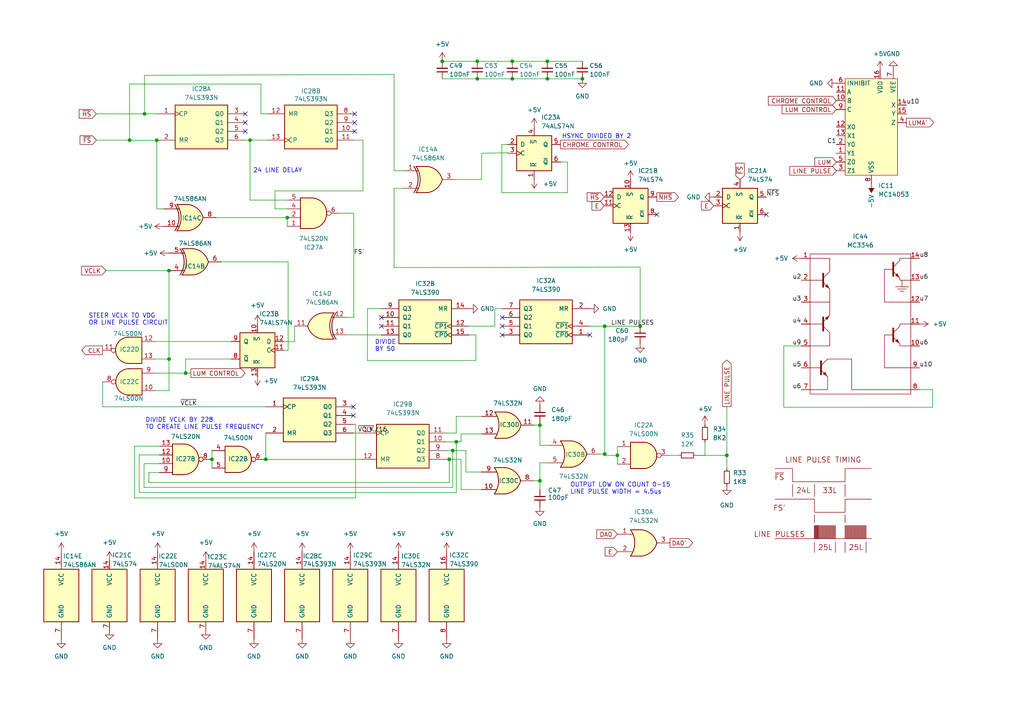
<source format=kicad_sch>
(kicad_sch (version 20231120) (generator "eeschema") (generator_version "8.0")
  (paper "A4")
  (junction (at 156.591 123.317))
  (junction (at 383.54 78.74))
  (junction (at 179.07 132.08))
  (junction (at 156.591 139.446))
  (junction (at 411.48 87.63))
  (junction (at 37.592 40.64))
  (junction (at 132.334 128.143))
  (junction (at 53.848 108.2219))
  (junction (at 384.81 87.63))
  (junction (at 392.43 87.63))
  (junction (at 128.27 17.78))
  (junction (at 77.089 133.223))
  (junction (at 148.59 17.78))
  (junction (at 41.91 33.02))
  (junction (at 148.59 22.86))
  (junction (at 49.0008 78.486))
  (junction (at 175.387 94.615))
  (junction (at 49.022 104.14))
  (junction (at 45.466 40.6792))
  (junction (at 411.48 193.04))
  (junction (at 138.43 17.78))
  (junction (at 158.75 22.86))
  (junction (at 72.517 40.64))
  (junction (at 158.75 17.78))
  (junction (at 131.318 130.683))
  (junction (at 185.674 94.615))
  (junction (at 130.302 133.223))
  (junction (at 61.468 133.223))
  (junction (at 83.312 63.119))
  (junction (at 392.43 78.74))
  (junction (at 168.91 22.86))
  (junction (at 210.82 132.0724))
  (junction (at 411.48 102.87))
  (junction (at 175.387 131.699))
  (junction (at 384.81 95.25))
  (junction (at 138.43 22.86))
  (no_connect (at 171.069 97.155))
  (no_connect (at 102.87 33.02))
  (no_connect (at 190.5 62.23))
  (no_connect (at 336.55 34.29))
  (no_connect (at 102.489 117.983))
  (no_connect (at 419.1 78.74))
  (no_connect (at 71.12 35.56))
  (no_connect (at 110.617 94.615))
  (no_connect (at 110.617 92.075))
  (no_connect (at 145.669 97.155))
  (no_connect (at 102.87 38.1))
  (no_connect (at 71.12 38.1))
  (no_connect (at 145.669 92.075))
  (no_connect (at 102.87 35.56))
  (no_connect (at 222.25 62.23))
  (no_connect (at 145.669 94.615))
  (no_connect (at 102.489 120.523))
  (no_connect (at 426.72 64.77))
  (no_connect (at 71.12 33.02))
  (wire (pts (xy 103.124 144.399) (xy 38.989 144.399)))
  (wire (pts (xy 102.87 40.64) (xy 105.283 40.64)))
  (wire (pts (xy 156.591 123.317) (xy 156.591 129.159)))
  (wire (pts (xy 383.54 71.12) (xy 383.54 78.74)))
  (wire (pts (xy 132.334 125.603) (xy 132.334 120.777)))
  (wire (pts (xy 383.54 81.28) (xy 375.92 81.28)))
  (wire (pts (xy 383.54 78.74) (xy 386.08 78.74)))
  (wire (pts (xy 29.7753 110.7619) (xy 29.7753 117.983)))
  (wire (pts (xy 114.3 54.61) (xy 114.3 77.597)))
  (wire (pts (xy 53.848 104.14) (xy 67.056 104.14)))
  (wire (pts (xy 384.81 87.63) (xy 386.08 87.63)))
  (wire (pts (xy 383.54 78.74) (xy 383.54 81.28)))
  (wire (pts (xy 100.6717 92.021) (xy 102.616 92.075)))
  (wire (pts (xy 49.022 113.3019) (xy 49.022 104.14)))
  (wire (pts (xy 375.92 118.11) (xy 375.92 81.28)))
  (wire (pts (xy 412.75 102.87) (xy 411.48 102.87)))
  (wire (pts (xy 210.82 132.08) (xy 210.82 135.89)))
  (wire (pts (xy 158.75 22.86) (xy 168.91 22.86)))
  (wire (pts (xy 37.592 40.6792) (xy 45.466 40.6792)))
  (wire (pts (xy 104.14 125.603) (xy 102.489 125.603)))
  (wire (pts (xy 135.128 136.906) (xy 139.573 136.906)))
  (wire (pts (xy 45.0153 113.3019) (xy 49.022 113.3019)))
  (wire (pts (xy 49.0008 78.486) (xy 49.022 78.486)))
  (wire (pts (xy 156.591 129.159) (xy 158.75 129.159)))
  (wire (pts (xy 201.93 132.08) (xy 204.47 132.08)))
  (wire (pts (xy 40.386 142.875) (xy 40.386 131.953)))
  (wire (pts (xy 384.81 97.79) (xy 384.81 95.25)))
  (wire (pts (xy 396.24 102.87) (xy 392.43 102.87)))
  (wire (pts (xy 37.592 24.384) (xy 37.592 40.64)))
  (wire (pts (xy 179.07 132.08) (xy 175.387 132.08)))
  (wire (pts (xy 136.017 97.155) (xy 138.0236 97.155)))
  (wire (pts (xy 135.128 130.683) (xy 135.128 136.906)))
  (wire (pts (xy 145.5442 55.88) (xy 164.5942 55.88)))
  (wire (pts (xy 114.3 49.53) (xy 116.84 49.53)))
  (wire (pts (xy 77.47 40.64) (xy 72.517 40.64)))
  (wire (pts (xy 76.708 133.223) (xy 77.089 133.223)))
  (wire (pts (xy 41.91 21.844) (xy 114.3 21.59)))
  (wire (pts (xy 143.51 94.615) (xy 143.51 89.535)))
  (wire (pts (xy 44.958 99.06) (xy 67.056 99.06)))
  (wire (pts (xy 414.02 185.42) (xy 411.48 185.42)))
  (wire (pts (xy 34.1496 40.64) (xy 27.94 40.6377)))
  (wire (pts (xy 49.022 78.486) (xy 49.022 104.14)))
  (wire (pts (xy 372.11 118.11) (xy 375.92 118.11)))
  (wire (pts (xy 132.334 142.875) (xy 40.386 142.875)))
  (wire (pts (xy 132.334 128.143) (xy 133.731 128.143)))
  (wire (pts (xy 411.48 87.63) (xy 411.48 74.93)))
  (wire (pts (xy 179.07 134.62) (xy 179.07 132.08)))
  (wire (pts (xy 105.283 55.372) (xy 79.756 55.372)))
  (wire (pts (xy 75.692 24.384) (xy 37.592 24.384)))
  (wire (pts (xy 105.283 40.64) (xy 105.283 55.372)))
  (wire (pts (xy 129.54 130.683) (xy 131.318 130.683)))
  (wire (pts (xy 270.51 113.03) (xy 266.7 113.03)))
  (wire (pts (xy 372.11 113.03) (xy 372.11 110.49)))
  (wire (pts (xy 43.18 137.033) (xy 46.228 137.033)))
  (wire (pts (xy 72.517 58.039) (xy 72.517 40.64)))
  (wire (pts (xy 154.94 123.317) (xy 156.591 123.317)))
  (wire (pts (xy 133.731 133.223) (xy 133.731 141.986)))
  (wire (pts (xy 391.16 78.74) (xy 392.43 78.74)))
  (wire (pts (xy 41.783 141.351) (xy 41.783 134.493)))
  (wire (pts (xy 375.92 78.74) (xy 375.92 74.93)))
  (wire (pts (xy 79.756 60.579) (xy 83.312 60.579)))
  (wire (pts (xy 373.38 87.63) (xy 373.38 81.28)))
  (wire (pts (xy 317.5 30.48) (xy 320.04 30.48)))
  (wire (pts (xy 43.18 139.954) (xy 43.18 137.033)))
  (wire (pts (xy 130.302 133.223) (xy 129.54 133.223)))
  (wire (pts (xy 45.466 40.6792) (xy 45.72 40.64)))
  (wire (pts (xy 38.989 129.413) (xy 46.228 129.413)))
  (wire (pts (xy 145.5442 41.91) (xy 147.32 41.91)))
  (wire (pts (xy 422.91 115.57) (xy 416.56 115.57)))
  (wire (pts (xy 210.82 119.2606) (xy 210.82 132.0724)))
  (wire (pts (xy 365.76 160.02) (xy 363.22 160.02)))
  (wire (pts (xy 346.71 30.48) (xy 344.17 30.48)))
  (wire (pts (xy 82.296 99.06) (xy 85.4317 99.06)))
  (wire (pts (xy 227.33 100.33) (xy 227.33 118.11)))
  (wire (pts (xy 403.86 87.63) (xy 406.4 87.63)))
  (wire (pts (xy 83.566 75.946) (xy 64.2408 75.946)))
  (wire (pts (xy 132.08 52.07) (xy 139.7 52.07)))
  (wire (pts (xy 83.312 65.659) (xy 83.312 63.119)))
  (wire (pts (xy 175.387 132.08) (xy 175.387 131.699)))
  (wire (pts (xy 114.3 77.597) (xy 185.674 77.47)))
  (wire (pts (xy 102.616 92.075) (xy 102.616 61.849)))
  (wire (pts (xy 185.674 94.615) (xy 175.387 94.615)))
  (wire (pts (xy 384.81 95.25) (xy 384.81 93.98)))
  (wire (pts (xy 154.813 139.446) (xy 156.591 139.446)))
  (wire (pts (xy 382.27 71.12) (xy 383.54 71.12)))
  (wire (pts (xy 156.591 141.986) (xy 156.591 139.446)))
  (wire (pts (xy 139.7 44.45) (xy 147.32 44.323)))
  (wire (pts (xy 41.783 134.493) (xy 46.228 134.493)))
  (wire (pts (xy 179.07 129.54) (xy 179.07 132.08)))
  (wire (pts (xy 311.15 30.48) (xy 312.42 30.48)))
  (wire (pts (xy 185.674 77.47) (xy 185.674 94.615)))
  (wire (pts (xy 138.43 22.86) (xy 128.27 22.86)))
  (wire (pts (xy 41.91 33.02) (xy 45.72 33.02)))
  (wire (pts (xy 132.334 128.143) (xy 132.334 142.875)))
  (wire (pts (xy 130.302 133.223) (xy 130.302 139.954)))
  (wire (pts (xy 171.069 94.615) (xy 175.387 94.615)))
  (wire (pts (xy 29.7753 117.983) (xy 77.089 117.983)))
  (wire (pts (xy 156.591 122.682) (xy 156.591 123.317)))
  (wire (pts (xy 114.3 21.59) (xy 114.3 49.53)))
  (wire (pts (xy 382.27 95.25) (xy 384.81 95.25)))
  (wire (pts (xy 377.19 87.63) (xy 373.38 87.63)))
  (wire (pts (xy 382.27 78.74) (xy 383.54 78.74)))
  (wire (pts (xy 208.5315 132.0724) (xy 210.82 132.0724)))
  (wire (pts (xy 148.59 22.86) (xy 158.75 22.86)))
  (wire (pts (xy 128.27 17.78) (xy 138.43 17.78)))
  (wire (pts (xy 156.591 139.446) (xy 156.591 134.239)))
  (wire (pts (xy 106.5784 89.535) (xy 106.5784 104.5464)))
  (wire (pts (xy 175.387 94.615) (xy 175.387 131.699)))
  (wire (pts (xy 396.24 74.93) (xy 396.24 102.87)))
  (wire (pts (xy 129.54 128.143) (xy 132.334 128.143)))
  (wire (pts (xy 106.5784 89.535) (xy 110.617 89.535)))
  (wire (pts (xy 392.43 78.74) (xy 392.43 71.12)))
  (wire (pts (xy 49.022 104.14) (xy 44.958 104.14)))
  (wire (pts (xy 77.47 33.02) (xy 75.692 33.02)))
  (wire (pts (xy 75.692 33.02) (xy 75.692 24.384)))
  (wire (pts (xy 27.94 33.02) (xy 41.91 33.02)))
  (wire (pts (xy 164.5942 46.99) (xy 162.56 46.99)))
  (wire (pts (xy 175.387 131.699) (xy 173.99 131.699)))
  (wire (pts (xy 204.47 128.27) (xy 204.47 132.08)))
  (wire (pts (xy 325.12 30.48) (xy 328.93 30.48)))
  (wire (pts (xy 79.756 55.372) (xy 79.756 60.579)))
  (wire (pts (xy 411.48 185.42) (xy 411.48 193.04)))
  (wire (pts (xy 391.16 87.63) (xy 392.43 87.63)))
  (wire (pts (xy 148.59 17.78) (xy 158.75 17.78)))
  (wire (pts (xy 77.089 133.223) (xy 104.14 133.223)))
  (wire (pts (xy 131.318 130.683) (xy 135.128 130.683)))
  (wire (pts (xy 130.302 139.954) (xy 43.18 139.954)))
  (wire (pts (xy 61.468 135.763) (xy 61.468 133.223)))
  (wire (pts (xy 384.81 88.9) (xy 384.81 87.63)))
  (wire (pts (xy 40.386 131.953) (xy 46.228 131.953)))
  (wire (pts (xy 41.91 33.02) (xy 41.91 21.844)))
  (wire (pts (xy 373.38 81.28) (xy 360.68 81.28)))
  (wire (pts (xy 392.43 78.74) (xy 392.43 87.63)))
  (wire (pts (xy 382.27 87.63) (xy 384.81 87.63)))
  (wire (pts (xy 158.75 17.78) (xy 168.91 17.78)))
  (wire (pts (xy 85.4317 99.06) (xy 85.4317 94.561)))
  (wire (pts (xy 129.54 125.603) (xy 132.334 125.603)))
  (wire (pts (xy 411.48 87.63) (xy 411.48 102.87)))
  (wire (pts (xy 38.989 144.399) (xy 38.989 129.413)))
  (wire (pts (xy 147.32 44.323) (xy 147.32 44.45)))
  (wire (pts (xy 82.296 101.6) (xy 83.566 101.6)))
  (wire (pts (xy 103.124 123.063) (xy 102.489 123.063)))
  (wire (pts (xy 138.43 17.78) (xy 148.59 17.78)))
  (wire (pts (xy 374.65 107.95) (xy 379.73 107.95)))
  (wire (pts (xy 208.5315 132.0724) (xy 201.93 132.08)))
  (wire (pts (xy 377.19 78.74) (xy 375.92 78.74)))
  (wire (pts (xy 77.089 125.603) (xy 77.089 133.223)))
  (wire (pts (xy 196.85 132.08) (xy 194.31 132.08)))
  (wire (pts (xy 372.11 95.25) (xy 377.19 95.25)))
  (wire (pts (xy 210.82 119.2606) (xy 210.8046 117.9236)))
  (wire (pts (xy 156.591 134.239) (xy 158.75 134.239)))
  (wire (pts (xy 53.848 104.14) (xy 53.848 108.2219)))
  (wire (pts (xy 62.738 63.119) (xy 83.312 63.119)))
  (wire (pts (xy 133.731 125.857) (xy 133.731 128.143)))
  (wire (pts (xy 45.466 60.579) (xy 47.498 60.579)))
  (wire (pts (xy 143.51 89.535) (xy 145.669 89.535)))
  (wire (pts (xy 414.02 193.04) (xy 411.48 193.04)))
  (wire (pts (xy 392.43 87.63) (xy 393.7 87.63)))
  (wire (pts (xy 72.517 40.64) (xy 71.12 40.64)))
  (wire (pts (xy 210.82 132.0724) (xy 210.947 132.0724)))
  (wire (pts (xy 37.592 40.6792) (xy 37.592 40.64)))
  (wire (pts (xy 164.5942 55.88) (xy 164.5942 46.99)))
  (wire (pts (xy 227.33 118.11) (xy 270.51 118.11)))
  (wire (pts (xy 136.017 94.615) (xy 143.51 94.615)))
  (wire (pts (xy 210.82 132.08) (xy 210.947 132.08)))
  (wire (pts (xy 102.616 61.849) (xy 98.552 61.849)))
  (wire (pts (xy 133.731 141.986) (xy 139.573 141.986)))
  (wire (pts (xy 138.0236 97.155) (xy 138.0236 104.5464)))
  (wire (pts (xy 133.731 125.857) (xy 139.7 125.857)))
  (wire (pts (xy 53.848 108.2219) (xy 45.0153 108.2219)))
  (wire (pts (xy 132.334 120.777) (xy 139.7 120.777)))
  (wire (pts (xy 61.468 130.683) (xy 61.468 133.223)))
  (wire (pts (xy 100.6717 97.101) (xy 110.617 97.155)))
  (wire (pts (xy 130.302 133.223) (xy 133.731 133.223)))
  (wire (pts (xy 83.312 58.039) (xy 72.517 58.039)))
  (wire (pts (xy 139.7 44.45) (xy 139.7 52.07)))
  (wire (pts (xy 131.318 141.351) (xy 41.783 141.351)))
  (wire (pts (xy 375.92 74.93) (xy 396.24 74.93)))
  (wire (pts (xy 55.354 108.2219) (xy 53.848 108.2219)))
  (wire (pts (xy 270.51 118.11) (xy 270.51 113.03)))
  (wire (pts (xy 411.48 102.87) (xy 411.48 115.57)))
  (wire (pts (xy 145.5442 41.91) (xy 145.5442 55.88)))
  (wire (pts (xy 116.84 54.61) (xy 114.3 54.61)))
  (wire (pts (xy 232.41 100.33) (xy 227.33 100.33)))
  (wire (pts (xy 138.43 22.86) (xy 148.59 22.86)))
  (wire (pts (xy 210.947 132.08) (xy 210.947 132.0724)))
  (wire (pts (xy 411.48 193.04) (xy 408.94 193.04)))
  (wire (pts (xy 138.0236 104.5464) (xy 106.5784 104.5464)))
  (wire (pts (xy 37.592 40.64) (xy 34.1496 40.64)))
  (wire (pts (xy 131.318 130.683) (xy 131.318 141.351)))
  (wire (pts (xy 103.124 123.063) (xy 103.124 144.399)))
  (wire (pts (xy 30.734 78.486) (xy 49.0008 78.486)))
  (wire (pts (xy 45.466 60.579) (xy 45.466 40.6792)))
  (wire (pts (xy 83.566 101.6) (xy 83.566 75.946)))
  (text "DIVIDE VCLK BY 228\nTO CREATE LINE PULSE FREQUENCY" (at 42.164 124.714 0) (effects (font (size 1.27 1.27)) (justify left bottom)))
  (text "OUTPUT LOW ON COUNT 0-15\nLINE PULSE WIDTH = 4.5us" (at 165.354 143.51 0) (effects (font (size 1.27 1.27)) (justify left bottom)))
  (text "DIVIDE\nBY 50" (at 108.712 102.108 0) (effects (font (size 1.27 1.27)) (justify left bottom)))
  (text "HSYNC DIVIDED BY 2" (at 162.941 40.386 0) (effects (font (size 1.27 1.27)) (justify left bottom)))
  (text "STEER VCLK TO VDG\nOR LINE PULSE CIRCUIT" (at 25.654 94.488 0) (effects (font (size 1.27 1.27)) (justify left bottom)))
  (text "24 LINE DELAY" (at 73.406 50.292 0) (effects (font (size 1.27 1.27)) (justify left bottom)))
  (label "u10" (at 266.7 106.68 0))
  (label "u8" (at 322.58 161.29 0))
  (label "u2" (at 403.86 87.63 0))
  (label "u8" (at 266.7 74.93 0))
  (label "~{VCLK}" (at 52.3071 117.983 0))
  (label "u5" (at 232.41 106.68 180))
  (label "u6" (at 266.7 100.33 0))
  (label "u10" (at 262.89 30.48 0))
  (label "u6" (at 266.7 81.28 0))
  (label "u6" (at 232.41 113.03 180))
  (label "u4" (at 393.7 87.63 180))
  (label "u7" (at 266.7 87.63 0))
  (label "~{VCLK}{slash}16" (at 103.7674 125.603 0))
  (label "u4" (at 232.41 93.98 180))
  (label "u5" (at 358.14 160.02 180))
  (label "u10" (at 370.84 160.02 0))
  (label "u9" (at 232.41 100.33 180))
  (label "u2" (at 232.41 81.28 180))
  (label "C1" (at 406.4 148.59 0))
  (label "u6" (at 422.91 115.57 180))
  (label "FS'" (at 102.616 74.1135 0))
  (label "C1" (at 242.57 41.91 180))
  (label "~{NFS}" (at 222.25 57.15 0))
  (label "u9" (at 411.48 115.57 180))
  (label "LINE PULSES" (at 177.2211 94.615 0))
  (label "u3" (at 344.17 160.02 180))
  (label "u3" (at 232.41 87.63 180))
  (global_label "~{FS}" (shape input) (at 214.63 52.07 90) (property "Intersheetrefs" "${INTERSHEET_REFS}" (effects (hide yes))))
  (global_label "E" (shape input) (at 179.07 160.02 180) (property "Intersheetrefs" "${INTERSHEET_REFS}" (effects (hide yes))))
  (global_label "~{FS}" (shape input) (at 27.94 40.6377 180) (property "Intersheetrefs" "${INTERSHEET_REFS}" (effects (hide yes))))
  (global_label "LINE PULSE" (shape input) (at 242.57 49.53 180) (property "Intersheetrefs" "${INTERSHEET_REFS}" (effects (hide yes))))
  (global_label "LUM CONTROL" (shape input) (at 242.57 31.75 180) (property "Intersheetrefs" "${INTERSHEET_REFS}" (effects (hide yes))))
  (global_label "LUMA'" (shape output) (at 262.89 35.56 0) (property "Intersheetrefs" "${INTERSHEET_REFS}" (effects (hide yes))))
  (global_label "LUMA'" (shape input) (at 398.78 212.09 90) (property "Intersheetrefs" "${INTERSHEET_REFS}" (effects (hide yes))))
  (global_label "E" (shape input) (at 207.01 59.69 180) (property "Intersheetrefs" "${INTERSHEET_REFS}" (effects (hide yes))))
  (global_label "CHROME CONTROL" (shape output) (at 162.56 41.91 0) (property "Intersheetrefs" "${INTERSHEET_REFS}" (effects (hide yes))))
  (global_label "E" (shape input) (at 175.26 59.69 180) (property "Intersheetrefs" "${INTERSHEET_REFS}" (effects (hide yes))))
  (global_label "~{HS}" (shape input) (at 27.94 33.02 180) (property "Intersheetrefs" "${INTERSHEET_REFS}" (effects (hide yes))))
  (global_label "~{NHS}" (shape output) (at 190.5 57.15 0) (property "Intersheetrefs" "${INTERSHEET_REFS}" (effects (hide yes))))
  (global_label "LUM CONTROL" (shape output) (at 55.354 108.2219 0) (property "Intersheetrefs" "${INTERSHEET_REFS}" (effects (hide yes))))
  (global_label "~{HS}" (shape input) (at 175.26 57.15 180) (property "Intersheetrefs" "${INTERSHEET_REFS}" (effects (hide yes))))
  (global_label "CHROME CONTROL" (shape input) (at 242.57 29.21 180) (property "Intersheetrefs" "${INTERSHEET_REFS}" (effects (hide yes))))
  (global_label "LINE PULSE" (shape output) (at 210.8046 117.9236 90) (property "Intersheetrefs" "${INTERSHEET_REFS}" (effects (hide yes))))
  (global_label "LUM" (shape input) (at 242.57 46.99 180) (property "Intersheetrefs" "${INTERSHEET_REFS}" (effects (hide yes))))
  (global_label "DA0" (shape input) (at 179.07 154.94 180) (property "Intersheetrefs" "${INTERSHEET_REFS}" (effects (hide yes))))
  (global_label "VCLK" (shape input) (at 30.734 78.486 180) (property "Intersheetrefs" "${INTERSHEET_REFS}" (effects (hide yes))))
  (global_label "CLK" (shape output) (at 29.718 101.6 180) (property "Intersheetrefs" "${INTERSHEET_REFS}" (effects (hide yes))))
  (global_label "DA0'" (shape output) (at 194.31 157.48 0) (property "Intersheetrefs" "${INTERSHEET_REFS}" (effects (hide yes))))
  (global_label "U11" (shape output) (at 396.24 102.87 0) (property "Intersheetrefs" "${INTERSHEET_REFS}" (effects (hide yes))))
  (symbol (lib_id "74xx:74LS32") (at 147.32 123.317 0) (unit 4)
    (property "Reference" "IC30" (at 147.828 123.19 0))
    (property "Value" "74LS32N" (at 147.32 116.967 0))
    (property "Footprint" "Package_DIP:DIP-14_W7.62mm" (effects (hide yes)))
    (property "Datasheet" "http://www.ti.com/lit/gpn/sn74LS32" (effects (hide yes)))
    (property "DigiKey" "296-1658-5-ND" (effects (hide yes)))
  )
  (symbol (lib_id "Device:R_Small") (at 360.68 229.87 90) (mirror x) (unit 1)
    (property "Reference" "R87" (at 360.68 224.79 90))
    (property "Value" "47K" (at 360.68 227.33 90))
    (property "Footprint" "Dragon:R_Axial_DIN0309_L9.0mm_D2.5mm_P12.70mm_Horizontal" (effects (hide yes)))
    (property "DigiKey" "CF14JT15K0CT-ND" (effects (hide yes)))
  )
  (symbol (lib_id "power:GND") (at 156.591 117.602 0) (mirror x) (unit 1)
    (property "Reference" "#PWR0136" (effects (hide yes)))
    (property "Value" "GND" (at 156.591 112.776 0))
  )
  (symbol (lib_id "Device:R_Small") (at 403.86 148.59 90) (mirror x) (unit 1)
    (property "Reference" "R86" (at 403.86 143.51 90))
    (property "Value" "47K" (at 403.86 146.05 90))
    (property "Footprint" "Dragon:R_Axial_DIN0309_L9.0mm_D2.5mm_P12.70mm_Horizontal" (effects (hide yes)))
    (property "DigiKey" "CF14JT15K0CT-ND" (effects (hide yes)))
  )
  (symbol (lib_id "power:+5V") (at 74.676 93.98 0) (unit 1)
    (property "Reference" "#PWR0132" (effects (hide yes)))
    (property "Value" "+5V" (at 74.676 88.519 0))
  )
  (symbol (lib_id "power:+5V") (at 204.47 123.19 0) (unit 1)
    (property "Reference" "#PWR0143" (effects (hide yes)))
    (property "Value" "+5V" (at 204.47 118.618 0))
  )
  (symbol (lib_id "power:+5V") (at 129.54 160.02 0) (unit 1)
    (property "Reference" "#PWR0153" (effects (hide yes)))
    (property "Value" "+5V" (at 129.54 154.813 0))
  )
  (symbol (lib_id "power:+5V") (at 45.72 160.02 0) (unit 1)
    (property "Reference" "#PWR0157" (effects (hide yes)))
    (property "Value" "+5V" (at 45.72 154.813 0))
  )
  (symbol (lib_id "Device:R_Small") (at 314.96 30.48 270) (unit 1)
    (property "Reference" "R100" (at 314.96 24.638 90))
    (property "Value" "6K5" (at 314.96 27.178 90))
    (property "Footprint" "Dragon:R_Axial_DIN0309_L9.0mm_D2.5mm_P12.70mm_Horizontal" (effects (hide yes)))
    (property "DigiKey" "CF14JT15K0CT-ND" (effects (hide yes)))
  )
  (symbol (lib_id "power:GND") (at 129.54 185.42 0) (unit 1)
    (property "Reference" "#PWR0154" (effects (hide yes)))
    (property "Value" "GND" (at 129.54 190.373 0))
  )
  (symbol (lib_id "power:GND") (at 422.91 102.87 0) (unit 1)
    (property "Reference" "#PWR0182" (effects (hide yes)))
    (property "Value" "GND" (at 422.91 107.95 0))
  )
  (symbol (lib_id "Device:R_Small") (at 379.73 87.63 270) (unit 1)
    (property "Reference" "R77" (at 379.73 81.788 90))
    (property "Value" "1200uH" (at 379.73 84.328 90))
    (property "Footprint" "Dragon:R_Axial_DIN0309_L9.0mm_D2.5mm_P12.70mm_Horizontal" (effects (hide yes)))
    (property "DigiKey" "CF14JT15K0CT-ND" (effects (hide yes)))
  )
  (symbol (lib_id "Device:R_Small") (at 382.27 107.95 270) (mirror x) (unit 1)
    (property "Reference" "R81" (at 382.27 113.03 90))
    (property "Value" "47K" (at 382.27 110.49 90))
    (property "Footprint" "Dragon:R_Axial_DIN0309_L9.0mm_D2.5mm_P12.70mm_Horizontal" (effects (hide yes)))
    (property "DigiKey" "CF14JT15K0CT-ND" (effects (hide yes)))
  )
  (symbol (lib_id "Device:Q_NPN_EBC") (at 387.35 102.87 180) (unit 1)
    (property "Reference" "TR3" (at 382.27 104.1401 0) (effects (justify left)))
    (property "Value" "BC238B" (at 382.27 101.6001 0) (effects (justify left)))
    (property "Footprint" "Package_TO_SOT_THT:TO-92" (effects (hide yes)))
    (property "Description" "NPN transistor, emitter/base/collector" (effects (hide yes)))
  )
  (symbol (lib_id "74xx:74LS393") (at 101.6 172.72 0) (unit 3)
    (property "Reference" "IC29" (at 102.362 161.036 0) (effects (justify left)))
    (property "Value" "74LS393N" (at 102.362 163.576 0) (effects (justify left)))
    (property "Footprint" "Package_DIP:DIP-14_W7.62mm" (effects (hide yes)))
    (property "Datasheet" "https://www.ti.com/general/docs/suppproductinfo.tsp?distId=10&gotoUrl=https%3A%2F%2Fwww.ti.com%2Flit%2Fgpn%2Fsn74ls390" (effects (hide yes)))
    (property "DigiKey" "296-1665-5-ND" (effects (hide yes)))
  )
  (symbol (lib_id "power:+5V") (at 47.498 65.659 90) (unit 1)
    (property "Reference" "#PWR0130" (effects (hide yes)))
    (property "Value" "+5V" (at 44.196 65.6589 90) (effects (justify left)))
  )
  (symbol (lib_id "power:+5V") (at 17.78 160.02 0) (unit 1)
    (property "Reference" "#PWR0165" (effects (hide yes)))
    (property "Value" "+5V" (at 17.78 154.813 0))
  )
  (symbol (lib_id "power:-5V") (at 398.78 227.33 180) (unit 1)
    (property "Reference" "#PWR0188" (effects (hide yes)))
    (property "Value" "-5V" (at 398.78 234.442 90) (effects (justify right)))
  )
  (symbol (lib_id "Device:R_Small") (at 364.49 95.25 270) (mirror x) (unit 1)
    (property "Reference" "R79" (at 364.49 100.33 90))
    (property "Value" "47K" (at 364.49 97.79 90))
    (property "Footprint" "Dragon:R_Axial_DIN0309_L9.0mm_D2.5mm_P12.70mm_Horizontal" (effects (hide yes)))
    (property "DigiKey" "CF14JT15K0CT-ND" (effects (hide yes)))
  )
  (symbol (lib_id "Device:FerriteBead_Small") (at 360.68 160.02 90) (mirror x) (unit 1)
    (property "Reference" "L5" (at 360.6419 152.781 90))
    (property "Value" "3.3uH" (at 360.6419 155.321 90))
    (property "Footprint" "Inductor_THT:L_Axial_L9.5mm_D4.0mm_P15.24mm_Horizontal_Fastron_SMCC" (effects (hide yes)))
    (property "DigiKey" "495-5561-1-ND" (effects (hide yes)))
  )
  (symbol (lib_id "74xx:74LS74") (at 59.69 172.72 0) (unit 3)
    (property "Reference" "IC23" (at 60.198 161.544 0) (effects (justify left)))
    (property "Value" "74ALS74N" (at 60.198 164.084 0) (effects (justify left)))
    (property "Footprint" "Package_DIP:DIP-14_W7.62mm" (effects (hide yes)))
    (property "Datasheet" "https://www.ti.com/lit/ds/symlink/sn74als74a.pdf" (effects (hide yes)))
    (property "DigiKey" "296-1506-5-ND" (effects (hide yes)))
    (property "Note" "LS74 no longer produced, ALS or HCT instead" (effects (hide yes)))
  )
  (symbol (lib_id "Device:C_Small") (at 401.32 87.63 90) (mirror x) (unit 1)
    (property "Reference" "C73" (at 403.352 81.788 90) (effects (justify left)))
    (property "Value" "100nF" (at 404.368 84.328 90) (effects (justify left)))
    (property "Footprint" "Capacitor_THT:C_Disc_D4.7mm_W2.5mm_P5.00mm" (effects (hide yes)))
    (property "Datasheet" "https://www.vishay.com/docs/45171/kseries.pdf" (effects (hide yes)))
    (property "DigiKey" "BC1016CT-ND" (effects (hide yes)))
  )
  (symbol (lib_id "74xx:74LS390") (at 129.54 172.72 0) (unit 3)
    (property "Reference" "IC32" (at 130.302 161.036 0) (effects (justify left)))
    (property "Value" "74LS390" (at 130.302 163.576 0) (effects (justify left)))
    (property "Footprint" "Package_DIP:DIP-16_W7.62mm" (effects (hide yes)))
    (property "Datasheet" "http://www.ti.com/lit/gpn/sn74LS390" (effects (hide yes)))
    (property "DigiKey" "296-26516-5-ND" (effects (hide yes)))
  )
  (symbol (lib_id "74xx:74LS74") (at 74.676 101.6 0) (mirror y) (unit 2)
    (property "Reference" "IC23" (at 75.1966 91.059 0) (effects (justify right)))
    (property "Value" "74ALS74N" (at 75.1966 93.599 0) (effects (justify right)))
    (property "Footprint" "Package_DIP:DIP-14_W7.62mm" (effects (hide yes)))
    (property "Datasheet" "https://www.ti.com/lit/ds/symlink/sn74als74a.pdf" (effects (hide yes)))
    (property "DigiKey" "296-1506-5-ND" (effects (hide yes)))
    (property "Note" "LS74 no longer produced, ALS or HCT instead" (effects (hide yes)))
  )
  (symbol (lib_id "power:GND") (at 168.91 22.86 0) (mirror y) (unit 1)
    (property "Reference" "#PWR0173" (effects (hide yes)))
    (property "Value" "GND" (at 168.91 27.94 0))
  )
  (symbol (lib_id "Device:R_Small") (at 408.94 167.64 270) (unit 1)
    (property "Reference" "R97" (at 408.94 161.798 90))
    (property "Value" "270R" (at 408.94 164.338 90))
    (property "Footprint" "Dragon:R_Axial_DIN0309_L9.0mm_D2.5mm_P12.70mm_Horizontal" (effects (hide yes)))
    (property "DigiKey" "CF14JT15K0CT-ND" (effects (hide yes)))
  )
  (symbol (lib_id "Device:R_Small") (at 373.38 214.63 90) (mirror x) (unit 1)
    (property "Reference" "R88" (at 373.38 209.55 90))
    (property "Value" "47K" (at 373.38 212.09 90))
    (property "Footprint" "Dragon:R_Axial_DIN0309_L9.0mm_D2.5mm_P12.70mm_Horizontal" (effects (hide yes)))
    (property "DigiKey" "CF14JT15K0CT-ND" (effects (hide yes)))
  )
  (symbol (lib_id "Device:Q_NPN_EBC") (at 396.24 217.17 0) (unit 1)
    (property "Reference" "TR4" (at 401.32 215.8999 0) (effects (justify left)))
    (property "Value" "BC238B" (at 401.32 218.4399 0) (effects (justify left)))
    (property "Footprint" "Package_TO_SOT_THT:TO-92" (effects (hide yes)))
    (property "Description" "NPN transistor, emitter/base/collector" (effects (hide yes)))
  )
  (symbol (lib_id "power:+5V") (at 232.41 74.93 90) (unit 1)
    (property "Reference" "#PWR020" (effects (hide yes)))
    (property "Value" "+5V" (at 228.6 74.9299 90) (effects (justify left)))
  )
  (symbol (lib_id "74xx:74LS74") (at 214.63 59.69 0) (unit 1)
    (property "Reference" "IC21" (at 216.8241 49.53 0) (effects (justify left)))
    (property "Value" "74LS74" (at 216.8241 52.07 0) (effects (justify left)))
    (property "Footprint" "Package_DIP:DIP-14_W7.62mm" (effects (hide yes)))
    (property "Datasheet" "74xx/74hc_hct74.pdf" (effects (hide yes)))
    (property "Description" "Dual D Flip-flop, Set & Reset" (effects (hide yes)))
  )
  (symbol (lib_id "Device:R_Small") (at 388.62 87.63 270) (unit 1)
    (property "Reference" "R95" (at 388.62 81.788 90))
    (property "Value" "470uH" (at 388.62 84.328 90))
    (property "Footprint" "Dragon:R_Axial_DIN0309_L9.0mm_D2.5mm_P12.70mm_Horizontal" (effects (hide yes)))
  )
  (symbol (lib_id "power:GND") (at 171.069 89.535 90) (mirror x) (unit 1)
    (property "Reference" "#PWR0140" (effects (hide yes)))
    (property "Value" "GND" (at 174.752 89.5349 90) (effects (justify right)))
  )
  (symbol (lib_id "power:+5V") (at 255.27 20.32 0) (unit 1)
    (property "Reference" "#PWR0138" (effects (hide yes)))
    (property "Value" "+5V" (at 255.27 15.621 0))
  )
  (symbol (lib_id "74xx:74LS32") (at 147.193 139.446 0) (unit 3)
    (property "Reference" "IC30" (at 147.574 139.446 0))
    (property "Value" "74LS32N" (at 147.193 133.477 0))
    (property "Footprint" "Package_DIP:DIP-14_W7.62mm" (effects (hide yes)))
    (property "Datasheet" "http://www.ti.com/lit/gpn/sn74LS32" (effects (hide yes)))
    (property "DigiKey" "296-1658-5-ND" (effects (hide yes)))
  )
  (symbol (lib_id "vdg:MC14053") (at 252.73 36.83 0) (unit 1)
    (property "Reference" "IC11" (at 254.7494 53.848 0) (effects (justify left)))
    (property "Value" "MC14053" (at 254.7494 56.388 0) (effects (justify left)))
    (property "Footprint" "Package_DIP:DIP-16_W7.62mm" (effects (hide yes)))
    (property "Datasheet" "https://rocelec.widen.net/view/pdf/kdbfj5guvk/MOTOS09506-1.pdf?t.download=true&u=5oefqw" (effects (hide yes)))
    (property "DigiKey" "296-2059-ND" (effects (hide yes)))
    (property "Note" "obsolete use CD4053B" (effects (hide yes)))
  )
  (symbol (lib_id "Device:C_Polarized_Small") (at 406.4 193.04 270) (mirror x) (unit 1)
    (property "Reference" "C78" (at 406.9461 186.69 90))
    (property "Value" "10uF" (at 406.9461 189.23 90))
    (property "Footprint" "Capacitor_THT:CP_Radial_D8.0mm_P5.00mm" (effects (hide yes)))
    (property "Datasheet" "https://www.we-online.com/katalog/datasheet/860010372006.pdf" (effects (hide yes)))
    (property "DigiKey" "732-8598-1-ND" (effects (hide yes)))
  )
  (symbol (lib_id "74xx:74LS390") (at 158.369 94.615 180) (unit 1)
    (property "Reference" "IC32" (at 158.369 81.407 0))
    (property "Value" "74LS390" (at 158.369 83.947 0))
    (property "Footprint" "Package_DIP:DIP-16_W7.62mm" (effects (hide yes)))
    (property "Datasheet" "http://www.ti.com/lit/gpn/sn74LS390" (effects (hide yes)))
    (property "DigiKey" "296-26516-5-ND" (effects (hide yes)))
  )
  (symbol (lib_id "power:GND") (at 136.017 89.535 90) (mirror x) (unit 1)
    (property "Reference" "#PWR0134" (effects (hide yes)))
    (property "Value" "GND" (at 139.319 89.5349 90) (effects (justify right)))
  )
  (symbol (lib_id "Device:R_Small") (at 372.11 115.57 0) (mirror x) (unit 1)
    (property "Reference" "R82" (at 367.03 115.57 90))
    (property "Value" "47K" (at 369.57 115.57 90))
    (property "Footprint" "Dragon:R_Axial_DIN0309_L9.0mm_D2.5mm_P12.70mm_Horizontal" (effects (hide yes)))
    (property "DigiKey" "CF14JT15K0CT-ND" (effects (hide yes)))
  )
  (symbol (lib_id "Dragon32_MKII:LINE_PULSE_DIAGRAM") (at 236.22 133.35 0) (unit 1) (exclude_from_sim yes) (in_bom no) (on_board no)
    (property "Reference" "U1" (effects (hide yes)))
    (property "Value" "LINE_PULSE_DIAGRAM" (effects (hide yes)))
  )
  (symbol (lib_id "power:GND") (at 45.72 185.42 0) (unit 1)
    (property "Reference" "#PWR0160" (effects (hide yes)))
    (property "Value" "GND" (at 45.72 190.373 0))
  )
  (symbol (lib_id "Device:C_Small") (at 138.43 20.32 180) (unit 1)
    (property "Reference" "C53" (at 140.462 19.05 0) (effects (justify right)))
    (property "Value" "100nF" (at 140.462 21.59 0) (effects (justify right)))
    (property "Footprint" "Capacitor_THT:C_Disc_D4.3mm_W1.9mm_P5.00mm" (effects (hide yes)))
    (property "Datasheet" "https://www.vishay.com/docs/45171/kseries.pdf" (effects (hide yes)))
    (property "DigiKey" "BC1074CT-ND" (effects (hide yes)))
  )
  (symbol (lib_id "Device:R_Small") (at 373.38 222.25 90) (mirror x) (unit 1)
    (property "Reference" "R89" (at 373.38 217.17 90))
    (property "Value" "47K" (at 373.38 219.71 90))
    (property "Footprint" "Dragon:R_Axial_DIN0309_L9.0mm_D2.5mm_P12.70mm_Horizontal" (effects (hide yes)))
    (property "DigiKey" "CF14JT15K0CT-ND" (effects (hide yes)))
  )
  (symbol (lib_id "power:GND") (at 156.591 147.066 0) (mirror y) (unit 1)
    (property "Reference" "#PWR0137" (effects (hide yes)))
    (property "Value" "GND" (at 156.591 151.892 0))
  )
  (symbol (lib_id "Device:R_Small") (at 388.62 78.74 90) (unit 1)
    (property "Reference" "R93" (at 388.62 73.66 90))
    (property "Value" "6K5" (at 388.62 76.2 90))
    (property "Footprint" "Dragon:R_Axial_DIN0309_L9.0mm_D2.5mm_P12.70mm_Horizontal" (effects (hide yes)))
    (property "DigiKey" "CF14JT15K0CT-ND" (effects (hide yes)))
  )
  (symbol (lib_id "Device:R_Small") (at 379.73 78.74 90) (mirror x) (unit 1)
    (property "Reference" "R80" (at 379.73 73.66 90))
    (property "Value" "47K" (at 379.73 76.2 90))
    (property "Footprint" "Dragon:R_Axial_DIN0309_L9.0mm_D2.5mm_P12.70mm_Horizontal" (effects (hide yes)))
    (property "DigiKey" "CF14JT15K0CT-ND" (effects (hide yes)))
  )
  (symbol (lib_id "74xx:74LS393") (at 116.84 128.143 0) (unit 2)
    (property "Reference" "IC29" (at 116.84 117.221 0))
    (property "Value" "74LS393N" (at 116.84 119.761 0))
    (property "Footprint" "Package_DIP:DIP-14_W7.62mm" (effects (hide yes)))
    (property "Datasheet" "https://www.ti.com/general/docs/suppproductinfo.tsp?distId=10&gotoUrl=https%3A%2F%2Fwww.ti.com%2Flit%2Fgpn%2Fsn74ls390" (effects (hide yes)))
    (property "DigiKey" "296-1665-5-ND" (effects (hide yes)))
  )
  (symbol (lib_id "Device:R_Potentiometer_Small") (at 372.11 107.95 0) (mirror x) (unit 1)
    (property "Reference" "VR1" (at 369.57 109.2201 0) (effects (justify right)))
    (property "Value" "10K" (at 369.57 106.6801 0) (effects (justify right)))
    (property "Footprint" "Potentiometer_THT:Potentiometer_ACP_CA6-H2,5_Horizontal" (effects (hide yes)))
    (property "Description" "Potentiometer" (effects (hide yes)))
  )
  (symbol (lib_id "power:GND") (at 242.57 24.13 270) (unit 1)
    (property "Reference" "#PWR0186" (effects (hide yes)))
    (property "Value" "GND" (at 238.76 24.1299 90) (effects (justify right)))
  )
  (symbol (lib_name "vdg:TOKO_Variable_Inductor") (lib_id "vdg:TOKO_Variable_Inductor") (at 419.1 68.58 0) (unit 1)
    (property "Reference" "L6" (at 419.1 59.69 0))
    (property "Value" "10.7MHz" (at 419.1 62.23 0))
    (property "Footprint" "Dragon:TOKO_RCL_10K" (effects (hide yes)))
  )
  (symbol (lib_id "74xx:74LS74") (at 182.88 59.69 0) (unit 2)
    (property "Reference" "IC21" (at 185.0741 49.53 0) (effects (justify left)))
    (property "Value" "74LS74" (at 185.0741 52.07 0) (effects (justify left)))
    (property "Footprint" "Package_DIP:DIP-14_W7.62mm" (effects (hide yes)))
    (property "Datasheet" "74xx/74hc_hct74.pdf" (effects (hide yes)))
    (property "Description" "Dual D Flip-flop, Set & Reset" (effects (hide yes)))
  )
  (symbol (lib_id "74xx:74LS32") (at 186.69 157.48 0) (unit 1)
    (property "Reference" "IC30" (at 186.69 148.463 0))
    (property "Value" "74LS32N" (at 186.69 151.003 0))
    (property "Footprint" "Package_DIP:DIP-14_W7.62mm" (effects (hide yes)))
    (property "Datasheet" "http://www.ti.com/lit/gpn/sn74LS32" (effects (hide yes)))
    (property "DigiKey" "296-1658-5-ND" (effects (hide yes)))
  )
  (symbol (lib_id "Device:R_Small") (at 360.68 222.25 90) (mirror x) (unit 1)
    (property "Reference" "R84" (at 360.68 217.17 90))
    (property "Value" "47K" (at 360.68 219.71 90))
    (property "Footprint" "Dragon:R_Axial_DIN0309_L9.0mm_D2.5mm_P12.70mm_Horizontal" (effects (hide yes)))
    (property "DigiKey" "CF14JT15K0CT-ND" (effects (hide yes)))
  )
  (symbol (lib_id "Device:C_Small") (at 148.59 20.32 180) (unit 1)
    (property "Reference" "C54" (at 150.622 19.05 0) (effects (justify right)))
    (property "Value" "100nF" (at 150.622 21.59 0) (effects (justify right)))
    (property "Footprint" "Capacitor_THT:C_Disc_D4.3mm_W1.9mm_P5.00mm" (effects (hide yes)))
    (property "Datasheet" "https://www.vishay.com/docs/45171/kseries.pdf" (effects (hide yes)))
    (property "DigiKey" "BC1074CT-ND" (effects (hide yes)))
  )
  (symbol (lib_id "power:GND") (at 115.57 185.42 0) (unit 1)
    (property "Reference" "#PWR0150" (effects (hide yes)))
    (property "Value" "GND" (at 115.57 190.373 0))
  )
  (symbol (lib_id "power:-5V") (at 403.86 193.04 90) (unit 1)
    (property "Reference" "#PWR0189" (effects (hide yes)))
    (property "Value" "-5V" (at 396.748 193.04 90) (effects (justify right)))
  )
  (symbol (lib_id "74xx:74LS00") (at 37.338 101.6 0) (mirror y) (unit 4)
    (property "Reference" "IC22" (at 37.592 101.346 0))
    (property "Value" "74LS00N" (at 37.084 96.774 0))
    (property "Footprint" "Package_DIP:DIP-14_W7.62mm" (effects (hide yes)))
    (property "Datasheet" "http://www.ti.com/lit/gpn/sn74ls00" (effects (hide yes)))
    (property "DigiKey" "296-1626-ND" (effects (hide yes)))
  )
  (symbol (lib_id "Device:R_Small") (at 425.45 115.57 90) (mirror x) (unit 1)
    (property "Reference" "R99" (at 425.45 109.728 90))
    (property "Value" "1K6" (at 425.45 112.268 90))
    (property "Footprint" "Dragon:R_Axial_DIN0309_L9.0mm_D2.5mm_P12.70mm_Horizontal" (effects (hide yes)))
    (property "DigiKey" "CF14JT15K0CT-ND" (effects (hide yes)))
  )
  (symbol (lib_id "Device:R_Small") (at 360.68 199.39 270) (unit 1)
    (property "Reference" "R76" (at 360.68 193.548 90))
    (property "Value" "1200uH" (at 360.68 196.088 90))
    (property "Footprint" "Dragon:R_Axial_DIN0309_L9.0mm_D2.5mm_P12.70mm_Horizontal" (effects (hide yes)))
    (property "DigiKey" "CF14JT15K0CT-ND" (effects (hide yes)))
  )
  (symbol (lib_id "power:+5V") (at 59.69 162.56 0) (unit 1)
    (property "Reference" "#PWR0158" (effects (hide yes)))
    (property "Value" "+5V" (at 59.69 157.353 0))
  )
  (symbol (lib_id "power:GND") (at 328.93 24.13 0) (unit 1)
    (property "Reference" "#PWR0179" (effects (hide yes)))
    (property "Value" "GND" (at 328.93 29.21 0))
  )
  (symbol (lib_name "vdg:TOKO_Variable_Inductor") (lib_id "vdg:TOKO_Variable_Inductor") (at 336.55 24.13 0) (unit 1)
    (property "Reference" "L7" (at 336.55 15.24 0))
    (property "Value" "10.7MHz" (at 336.55 17.78 0))
    (property "Footprint" "Dragon:TOKO_RCL_10K" (effects (hide yes)))
  )
  (symbol (lib_id "power:+5V") (at 101.6 160.02 0) (unit 1)
    (property "Reference" "#PWR0155" (effects (hide yes)))
    (property "Value" "+5V" (at 101.6 154.813 0))
  )
  (symbol (lib_id "Device:C_Small") (at 384.81 91.44 0) (unit 1)
    (property "Reference" "C98" (at 388.112 90.1762 0) (effects (justify left)))
    (property "Value" "33nF" (at 388.112 92.7162 0) (effects (justify left)))
    (property "Footprint" "Capacitor_THT:C_Disc_D3.0mm_W2.0mm_P2.50mm" (effects (hide yes)))
    (property "Datasheet" "https://www.vishay.com/docs/45171/kseries.pdf" (effects (hide yes)))
    (property "DigiKey" "BC1016CT-ND" (effects (hide yes)))
  )
  (symbol (lib_id "Device:C_Small") (at 368.3 160.02 270) (mirror x) (unit 1)
    (property "Reference" "C70" (at 370.332 154.178 90) (effects (justify right)))
    (property "Value" "100pF" (at 371.348 156.464 90) (effects (justify right)))
    (property "Footprint" "Capacitor_THT:C_Disc_D3.0mm_W2.0mm_P2.50mm" (effects (hide yes)))
    (property "Datasheet" "https://connect.kemet.com:7667/gateway/IntelliData-ComponentDocumentation/1.0/download/datasheet/C316C101J5G5TA7303" (effects (hide yes)))
    (property "DigiKey" "399-C316C101J5G5TA7303CT-ND" (effects (hide yes)))
  )
  (symbol (lib_id "Device:C_Small") (at 369.57 95.25 270) (mirror x) (unit 1)
    (property "Reference" "C61" (at 371.602 89.408 90) (effects (justify right)))
    (property "Value" "100pF" (at 372.618 91.694 90) (effects (justify right)))
    (property "Footprint" "Capacitor_THT:C_Disc_D3.0mm_W2.0mm_P2.50mm" (effects (hide yes)))
    (property "Datasheet" "https://connect.kemet.com:7667/gateway/IntelliData-ComponentDocumentation/1.0/download/datasheet/C316C101J5G5TA7303" (effects (hide yes)))
    (property "DigiKey" "399-C316C101J5G5TA7303CT-ND" (effects (hide yes)))
  )
  (symbol (lib_id "power:GND") (at 207.01 57.15 270) (unit 1)
    (property "Reference" "#PWR0170" (effects (hide yes)))
    (property "Value" "GND" (at 203.2 57.1499 90) (effects (justify right)))
  )
  (symbol (lib_id "Device:C_Small") (at 320.04 161.29 270) (mirror x) (unit 1)
    (property "Reference" "C99" (at 320.548 155.702 90))
    (property "Value" "180pF" (at 321.31 158.242 90))
    (property "Footprint" "Capacitor_THT:C_Disc_D4.7mm_W2.5mm_P5.00mm" (effects (hide yes)))
    (property "Datasheet" "https://www.vishay.com/docs/45171/kseries.pdf" (effects (hide yes)))
    (property "DigiKey" "BC1016CT-ND" (effects (hide yes)))
  )
  (symbol (lib_id "Device:C_Small") (at 156.591 120.142 0) (unit 1)
    (property "Reference" "C46" (at 159.893 118.8782 0) (effects (justify left)))
    (property "Value" "180pF" (at 159.893 121.4182 0) (effects (justify left)))
    (property "Footprint" "Capacitor_THT:C_Disc_D3.0mm_W2.0mm_P2.50mm" (effects (hide yes)))
    (property "Datasheet" "https://www.vishay.com/docs/45171/kseries.pdf" (effects (hide yes)))
    (property "DigiKey" "BC1016CT-ND" (effects (hide yes)))
  )
  (symbol (lib_id "74xx:74LS86") (at 17.78 172.72 0) (unit 5)
    (property "Reference" "IC14" (at 21.082 161.29 0))
    (property "Value" "74LS86AN" (at 23.114 163.83 0))
    (property "Footprint" "Package_DIP:DIP-14_W7.62mm" (effects (hide yes)))
    (property "Datasheet" "https://media.digikey.com/pdf/Data%20Sheets/Fairchild%20PDFs/DM74LS86.pdf" (effects (hide yes)))
    (property "DigiKey" "296-1669-5-ND" (effects (hide yes)))
  )
  (symbol (lib_id "power:GND") (at 31.75 182.88 0) (unit 1)
    (property "Reference" "#PWR0148" (effects (hide yes)))
    (property "Value" "GND" (at 31.75 187.833 0))
  )
  (symbol (lib_id "power:+5V") (at 391.16 217.17 90) (unit 1)
    (property "Reference" "#PWR0190" (effects (hide yes)))
    (property "Value" "+5V" (at 387.35 217.1699 90) (effects (justify left)))
  )
  (symbol (lib_id "Device:C_Small") (at 398.78 148.59 270) (mirror x) (unit 1)
    (property "Reference" "C67" (at 400.812 142.748 90) (effects (justify right)))
    (property "Value" "100pF" (at 401.828 145.034 90) (effects (justify right)))
    (property "Footprint" "Capacitor_THT:C_Disc_D3.0mm_W2.0mm_P2.50mm" (effects (hide yes)))
    (property "Datasheet" "https://connect.kemet.com:7667/gateway/IntelliData-ComponentDocumentation/1.0/download/datasheet/C316C101J5G5TA7303" (effects (hide yes)))
    (property "DigiKey" "399-C316C101J5G5TA7303CT-ND" (effects (hide yes)))
  )
  (symbol (lib_id "74xx:74LS20") (at 90.932 61.849 0) (mirror x) (unit 1)
    (property "Reference" "IC27" (at 90.932 71.755 0))
    (property "Value" "74LS20N" (at 90.932 69.215 0))
    (property "Footprint" "Package_DIP:DIP-14_W7.62mm" (effects (hide yes)))
    (property "Datasheet" "http://www.ti.com/lit/gpn/sn74LS20" (effects (hide yes)))
    (property "DigiKey" "296-3670-5-ND" (effects (hide yes)))
  )
  (symbol (lib_id "74xx:74LS390") (at 123.317 94.615 180) (unit 2)
    (property "Reference" "IC32" (at 123.317 82.296 0))
    (property "Value" "74LS390" (at 123.317 84.836 0))
    (property "Footprint" "Package_DIP:DIP-16_W7.62mm" (effects (hide yes)))
    (property "Datasheet" "http://www.ti.com/lit/gpn/sn74LS390" (effects (hide yes)))
    (property "DigiKey" "296-26516-5-ND" (effects (hide yes)))
  )
  (symbol (lib_id "74xx:74LS32") (at 115.57 172.72 0) (unit 5)
    (property "Reference" "IC30" (at 116.332 161.29 0) (effects (justify left)))
    (property "Value" "74LS32N" (at 116.332 163.83 0) (effects (justify left)))
    (property "Footprint" "Package_DIP:DIP-14_W7.62mm" (effects (hide yes)))
    (property "Datasheet" "http://www.ti.com/lit/gpn/sn74LS32" (effects (hide yes)))
    (property "DigiKey" "296-1658-5-ND" (effects (hide yes)))
  )
  (symbol (lib_id "power:+5V") (at 154.94 52.07 180) (unit 1)
    (property "Reference" "#PWR0145" (effects (hide yes)))
    (property "Value" "+5V" (at 157.48 53.3399 0) (effects (justify right)))
  )
  (symbol (lib_id "74xx:74LS20") (at 73.66 172.72 0) (unit 3)
    (property "Reference" "IC27" (at 74.549 161.036 0) (effects (justify left)))
    (property "Value" "74LS20N" (at 74.549 163.576 0) (effects (justify left)))
    (property "Footprint" "Package_DIP:DIP-14_W7.62mm" (effects (hide yes)))
    (property "Datasheet" "http://www.ti.com/lit/gpn/sn74LS20" (effects (hide yes)))
    (property "DigiKey" "296-3670-5-ND" (effects (hide yes)))
  )
  (symbol (lib_id "Device:FerriteBead_Small") (at 314.96 161.29 270) (mirror x) (unit 1)
    (property "Reference" "L99" (at 314.9981 168.529 90))
    (property "Value" "3.3uH" (at 314.9981 165.989 90))
    (property "Footprint" "Inductor_THT:L_Axial_L7.0mm_D3.3mm_P12.70mm_Horizontal_Fastron_MICC" (effects (hide yes)))
    (property "DigiKey" "495-5561-1-ND" (effects (hide yes)))
  )
  (symbol (lib_id "Device:R_Small") (at 398.78 224.79 0) (mirror y) (unit 1)
    (property "Reference" "R75" (at 403.86 224.79 90))
    (property "Value" "47K" (at 401.32 224.79 90))
    (property "Footprint" "Dragon:R_Axial_DIN0309_L9.0mm_D2.5mm_P12.70mm_Horizontal" (effects (hide yes)))
    (property "DigiKey" "CF14JT15K0CT-ND" (effects (hide yes)))
  )
  (symbol (lib_id "power:GND") (at 259.08 20.32 180) (unit 1)
    (property "Reference" "#PWR0139" (effects (hide yes)))
    (property "Value" "GND" (at 259.08 15.621 0))
  )
  (symbol (lib_id "power:GND") (at 59.69 182.88 0) (unit 1)
    (property "Reference" "#PWR0161" (effects (hide yes)))
    (property "Value" "GND" (at 59.69 187.833 0))
  )
  (symbol (lib_id "power:+5V") (at 115.57 160.02 0) (unit 1)
    (property "Reference" "#PWR0149" (effects (hide yes)))
    (property "Value" "+5V" (at 115.57 154.813 0))
  )
  (symbol (lib_id "Device:C_Small") (at 158.75 20.32 180) (unit 1)
    (property "Reference" "C55" (at 160.782 19.05 0) (effects (justify right)))
    (property "Value" "100nF" (at 160.782 21.59 0) (effects (justify right)))
    (property "Footprint" "Capacitor_THT:C_Disc_D4.3mm_W1.9mm_P5.00mm" (effects (hide yes)))
    (property "Datasheet" "https://www.vishay.com/docs/45171/kseries.pdf" (effects (hide yes)))
    (property "DigiKey" "BC1074CT-ND" (effects (hide yes)))
  )
  (symbol (lib_id "power:GND") (at 427.99 115.57 0) (mirror y) (unit 1)
    (property "Reference" "#PWR0181" (effects (hide yes)))
    (property "Value" "GND" (at 427.99 120.65 0))
  )
  (symbol (lib_id "Device:C_Small") (at 415.29 102.87 270) (mirror x) (unit 1)
    (property "Reference" "C75" (at 417.322 97.028 90) (effects (justify right)))
    (property "Value" "100pF" (at 418.338 99.314 90) (effects (justify right)))
    (property "Footprint" "Capacitor_THT:C_Disc_D3.0mm_W2.0mm_P2.50mm" (effects (hide yes)))
    (property "Datasheet" "https://connect.kemet.com:7667/gateway/IntelliData-ComponentDocumentation/1.0/download/datasheet/C316C101J5G5TA7303" (effects (hide yes)))
    (property "DigiKey" "399-C316C101J5G5TA7303CT-ND" (effects (hide yes)))
  )
  (symbol (lib_id "Device:R_Small") (at 204.47 125.73 180) (unit 1)
    (property "Reference" "R34" (at 206.756 124.4599 0) (effects (justify right)))
    (property "Value" "8K2" (at 206.756 126.9999 0) (effects (justify right)))
    (property "Footprint" "Dragon:R_Axial_DIN0309_L9.0mm_D2.5mm_P12.70mm_Horizontal" (effects (hide yes)))
    (property "DigiKey" "CF14JT6K80CT-ND" (effects (hide yes)))
    (property "alt" "20K" (effects (hide yes)))
  )
  (symbol (lib_id "Device:C_Small") (at 349.25 175.26 270) (mirror x) (unit 1)
    (property "Reference" "C77" (at 351.282 169.418 90) (effects (justify right)))
    (property "Value" "100pF" (at 352.298 171.704 90) (effects (justify right)))
    (property "Footprint" "Capacitor_THT:C_Disc_D3.0mm_W2.0mm_P2.50mm" (effects (hide yes)))
    (property "Datasheet" "https://connect.kemet.com:7667/gateway/IntelliData-ComponentDocumentation/1.0/download/datasheet/C316C101J5G5TA7303" (effects (hide yes)))
    (property "DigiKey" "399-C316C101J5G5TA7303CT-ND" (effects (hide yes)))
  )
  (symbol (lib_id "Device:R_Small") (at 210.82 138.43 180) (unit 1)
    (property "Reference" "R33" (at 212.598 137.1599 0) (effects (justify right)))
    (property "Value" "1K8" (at 212.598 139.6999 0) (effects (justify right)))
    (property "Footprint" "Dragon:R_Axial_DIN0309_L9.0mm_D2.5mm_P12.70mm_Horizontal" (effects (hide yes)))
    (property "DigiKey" "CF14JT3K30CT-ND" (effects (hide yes)))
    (property "alt" "2K7" (effects (hide yes)))
  )
  (symbol (lib_id "power:+5V") (at 87.63 160.02 0) (unit 1)
    (property "Reference" "#PWR0159" (effects (hide yes)))
    (property "Value" "+5V" (at 87.63 154.813 0))
  )
  (symbol (lib_id "power:+5V") (at 49.0008 73.406 90) (unit 1)
    (property "Reference" "#PWR0131" (effects (hide yes)))
    (property "Value" "+5V" (at 45.6988 73.4059 90) (effects (justify left)))
  )
  (symbol (lib_id "Device:R_Small") (at 416.56 193.04 270) (mirror x) (unit 1)
    (property "Reference" "R85" (at 416.56 198.12 90))
    (property "Value" "47K" (at 416.56 195.58 90))
    (property "Footprint" "Dragon:R_Axial_DIN0309_L9.0mm_D2.5mm_P12.70mm_Horizontal" (effects (hide yes)))
    (property "DigiKey" "CF14JT15K0CT-ND" (effects (hide yes)))
  )
  (symbol (lib_id "74xx:74LS00") (at 69.088 133.223 0) (unit 2)
    (property "Reference" "IC22" (at 69.088 133.096 0))
    (property "Value" "74LS00N" (at 69.088 127 0))
    (property "Footprint" "Package_DIP:DIP-14_W7.62mm" (effects (hide yes)))
    (property "Datasheet" "http://www.ti.com/lit/gpn/sn74ls00" (effects (hide yes)))
    (property "DigiKey" "296-1626-ND" (effects (hide yes)))
  )
  (symbol (lib_id "power:GND") (at 73.66 185.42 0) (unit 1)
    (property "Reference" "#PWR0152" (effects (hide yes)))
    (property "Value" "GND" (at 73.66 190.373 0))
  )
  (symbol (lib_id "Device:C_Small") (at 365.76 229.87 270) (mirror x) (unit 1)
    (property "Reference" "C68" (at 363.728 235.712 90) (effects (justify left)))
    (property "Value" "100nF" (at 362.712 233.172 90) (effects (justify left)))
    (property "Footprint" "Capacitor_THT:C_Disc_D4.7mm_W2.5mm_P5.00mm" (effects (hide yes)))
    (property "Datasheet" "https://www.vishay.com/docs/45171/kseries.pdf" (effects (hide yes)))
    (property "DigiKey" "BC1016CT-ND" (effects (hide yes)))
  )
  (symbol (lib_id "Device:R_Small") (at 349.25 199.39 90) (mirror x) (unit 1)
    (property "Reference" "R78" (at 349.25 194.31 90))
    (property "Value" "47K" (at 349.25 196.85 90))
    (property "Footprint" "Dragon:R_Axial_DIN0309_L9.0mm_D2.5mm_P12.70mm_Horizontal" (effects (hide yes)))
    (property "DigiKey" "CF14JT15K0CT-ND" (effects (hide yes)))
  )
  (symbol (lib_id "Device:R_Small") (at 416.56 185.42 270) (mirror x) (unit 1)
    (property "Reference" "R90" (at 416.56 190.5 90))
    (property "Value" "47K" (at 416.56 187.96 90))
    (property "Footprint" "Dragon:R_Axial_DIN0309_L9.0mm_D2.5mm_P12.70mm_Horizontal" (effects (hide yes)))
    (property "DigiKey" "CF14JT15K0CT-ND" (effects (hide yes)))
  )
  (symbol (lib_id "power:GND") (at 392.43 66.04 0) (mirror x) (unit 1)
    (property "Reference" "#PWR0184" (effects (hide yes)))
    (property "Value" "GND" (at 392.4301 62.23 90) (effects (justify right)))
  )
  (symbol (lib_id "74xx:74LS393") (at 87.63 172.72 0) (mirror y) (unit 3)
    (property "Reference" "IC28" (at 90.678 161.29 0))
    (property "Value" "74LS393N" (at 92.71 163.576 0))
    (property "Footprint" "Package_DIP:DIP-14_W7.62mm" (effects (hide yes)))
    (property "Datasheet" "https://www.ti.com/general/docs/suppproductinfo.tsp?distId=10&gotoUrl=https%3A%2F%2Fwww.ti.com%2Flit%2Fgpn%2Fsn74ls390" (effects (hide yes)))
    (property "DigiKey" "296-1665-5-ND" (effects (hide yes)))
  )
  (symbol (lib_id "74xx:74LS86") (at 56.6208 75.946 0) (mirror x) (unit 2)
    (property "Reference" "IC14" (at 56.6208 77.216 0))
    (property "Value" "74LS86AN" (at 56.642 70.612 0))
    (property "Footprint" "Package_DIP:DIP-14_W7.62mm" (effects (hide yes)))
    (property "Datasheet" "https://media.digikey.com/pdf/Data%20Sheets/Fairchild%20PDFs/DM74LS86.pdf" (effects (hide yes)))
    (property "DigiKey" "296-1669-5-ND" (effects (hide yes)))
  )
  (symbol (lib_id "74xx:74LS32") (at 166.37 131.699 0) (unit 2)
    (property "Reference" "IC30" (at 166.878 131.826 0))
    (property "Value" "74LS32N" (at 166.37 138.176 0))
    (property "Footprint" "Package_DIP:DIP-14_W7.62mm" (effects (hide yes)))
    (property "Datasheet" "http://www.ti.com/lit/gpn/sn74LS32" (effects (hide yes)))
    (property "DigiKey" "296-1658-5-ND" (effects (hide yes)))
  )
  (symbol (lib_id "Device:R_Small") (at 346.71 160.02 270) (unit 1)
    (property "Reference" "R94" (at 346.71 154.178 90))
    (property "Value" "1K6" (at 346.71 156.718 90))
    (property "Footprint" "Dragon:R_Axial_DIN0309_L9.0mm_D2.5mm_P12.70mm_Horizontal" (effects (hide yes)))
    (property "DigiKey" "CF14JT15K0CT-ND" (effects (hide yes)))
  )
  (symbol (lib_id "vdg:MC3346") (at 250.19 96.52 0) (unit 1)
    (property "Reference" "IC44" (at 249.555 68.58 0))
    (property "Value" "MC3346" (at 249.555 71.12 0))
    (property "Footprint" "Package_DIP:DIP-14_W7.62mm" (effects (hide yes)))
    (property "Datasheet" "https://www.alldatasheet.com/datasheet-pdf/view/167480/MOTOROLA/MC3346.html" (effects (hide yes)))
  )
  (symbol (lib_id "power:GND") (at 17.78 185.42 0) (unit 1)
    (property "Reference" "#PWR0166" (effects (hide yes)))
    (property "Value" "GND" (at 17.78 190.373 0))
  )
  (symbol (lib_id "74xx:74LS74") (at 154.94 44.45 0) (unit 1)
    (property "Reference" "IC23" (at 156.9594 34.036 0) (effects (justify left)))
    (property "Value" "74ALS74N" (at 156.9594 36.576 0) (effects (justify left)))
    (property "Footprint" "Package_DIP:DIP-14_W7.62mm" (effects (hide yes)))
    (property "Datasheet" "https://www.ti.com/lit/ds/symlink/sn74als74a.pdf" (effects (hide yes)))
    (property "DigiKey" "296-1506-5-ND" (effects (hide yes)))
    (property "Note" "LS74 no longer produced, ALS or HCT instead" (effects (hide yes)))
  )
  (symbol (lib_id "power:GND") (at 210.82 140.97 0) (unit 1)
    (property "Reference" "#PWR0146" (effects (hide yes)))
    (property "Value" "GND" (at 210.82 146.558 0))
  )
  (symbol (lib_id "power:+5V") (at 74.676 109.22 180) (unit 1)
    (property "Reference" "#PWR0133" (effects (hide yes)))
    (property "Value" "+5V" (at 76.454 110.4899 0) (effects (justify right)))
  )
  (symbol (lib_id "Device:R_Small") (at 420.37 102.87 270) (unit 1)
    (property "Reference" "R91" (at 420.37 97.028 90))
    (property "Value" "6K5" (at 420.37 99.568 90))
    (property "Footprint" "Dragon:R_Axial_DIN0309_L9.0mm_D2.5mm_P12.70mm_Horizontal" (effects (hide yes)))
    (property "DigiKey" "CF14JT15K0CT-ND" (effects (hide yes)))
  )
  (symbol (lib_id "Device:C_Small") (at 128.27 20.32 180) (unit 1)
    (property "Reference" "C49" (at 130.302 19.05 0) (effects (justify right)))
    (property "Value" "100nF" (at 130.302 21.59 0) (effects (justify right)))
    (property "Footprint" "Capacitor_THT:C_Disc_D4.3mm_W1.9mm_P5.00mm" (effects (hide yes)))
    (property "Datasheet" "https://www.vishay.com/docs/45171/kseries.pdf" (effects (hide yes)))
    (property "DigiKey" "BC1074CT-ND" (effects (hide yes)))
  )
  (symbol (lib_id "Device:C_Small") (at 322.58 30.48 270) (mirror x) (unit 1)
    (property "Reference" "C76" (at 324.612 24.638 90) (effects (justify right)))
    (property "Value" "100pF" (at 325.628 26.924 90) (effects (justify right)))
    (property "Footprint" "Capacitor_THT:C_Disc_D3.0mm_W2.0mm_P2.50mm" (effects (hide yes)))
    (property "Datasheet" "https://connect.kemet.com:7667/gateway/IntelliData-ComponentDocumentation/1.0/download/datasheet/C316C101J5G5TA7303" (effects (hide yes)))
    (property "DigiKey" "399-C316C101J5G5TA7303CT-ND" (effects (hide yes)))
  )
  (symbol (lib_id "power:GND") (at 426.72 68.58 90) (unit 1)
    (property "Reference" "#PWR0163" (effects (hide yes)))
    (property "Value" "GND" (at 431.8 68.58 90))
  )
  (symbol (lib_id "Device:C_Small") (at 361.95 240.03 270) (mirror x) (unit 1)
    (property "Reference" "C69" (at 359.918 245.872 90) (effects (justify left)))
    (property "Value" "100nF" (at 358.902 243.332 90) (effects (justify left)))
    (property "Footprint" "Capacitor_THT:C_Disc_D4.7mm_W2.5mm_P5.00mm" (effects (hide yes)))
    (property "Datasheet" "https://www.vishay.com/docs/45171/kseries.pdf" (effects (hide yes)))
    (property "DigiKey" "BC1016CT-ND" (effects (hide yes)))
  )
  (symbol (lib_id "Device:C_Small") (at 185.674 97.155 0) (mirror y) (unit 1)
    (property "Reference" "C60" (at 182.372 95.8912 0) (effects (justify left)))
    (property "Value" "180pF" (at 182.372 98.4312 0) (effects (justify left)))
    (property "Footprint" "Capacitor_THT:C_Disc_D3.0mm_W2.0mm_P2.50mm" (effects (hide yes)))
    (property "Datasheet" "https://www.vishay.com/docs/45171/kseries.pdf" (effects (hide yes)))
    (property "DigiKey" "BC1016CT-ND" (effects (hide yes)))
  )
  (symbol (lib_id "power:GND") (at 349.25 160.02 0) (unit 1)
    (property "Reference" "#PWR0180" (effects (hide yes)))
    (property "Value" "GND" (at 349.25 165.1 0))
  )
  (symbol (lib_id "power:+5V") (at 426.72 74.93 270) (unit 1)
    (property "Reference" "#PWR0142" (effects (hide yes)))
    (property "Value" "+5V" (at 430.53 74.9299 90) (effects (justify left)))
  )
  (symbol (lib_id "74xx:74LS393") (at 89.789 120.523 0) (unit 1)
    (property "Reference" "IC29" (at 89.789 109.855 0))
    (property "Value" "74LS393N" (at 89.789 112.395 0))
    (property "Footprint" "Package_DIP:DIP-14_W7.62mm" (effects (hide yes)))
    (property "Datasheet" "https://www.ti.com/general/docs/suppproductinfo.tsp?distId=10&gotoUrl=https%3A%2F%2Fwww.ti.com%2Flit%2Fgpn%2Fsn74ls390" (effects (hide yes)))
    (property "DigiKey" "296-1665-5-ND" (effects (hide yes)))
  )
  (symbol (lib_id "Device:C_Small") (at 408.94 87.63 90) (mirror x) (unit 1)
    (property "Reference" "C72" (at 406.908 93.472 90) (effects (justify right)))
    (property "Value" "100pF" (at 405.892 91.186 90) (effects (justify right)))
    (property "Footprint" "Capacitor_THT:C_Disc_D3.0mm_W2.0mm_P2.50mm" (effects (hide yes)))
    (property "Datasheet" "https://connect.kemet.com:7667/gateway/IntelliData-ComponentDocumentation/1.0/download/datasheet/C316C101J5G5TA7303" (effects (hide yes)))
    (property "DigiKey" "399-C316C101J5G5TA7303CT-ND" (effects (hide yes)))
  )
  (symbol (lib_id "power:-5V") (at 252.73 53.34 180) (unit 1)
    (property "Reference" "#PWR0192" (effects (hide yes)))
    (property "Value" "-5V" (at 252.73 60.452 90) (effects (justify right)))
  )
  (symbol (lib_id "Device:R_Small") (at 396.24 87.63 270) (unit 1)
    (property "Reference" "R92" (at 396.24 81.788 90))
    (property "Value" "6K5" (at 396.24 84.328 90))
    (property "Footprint" "Dragon:R_Axial_DIN0309_L9.0mm_D2.5mm_P12.70mm_Horizontal" (effects (hide yes)))
    (property "DigiKey" "CF14JT15K0CT-ND" (effects (hide yes)))
  )
  (symbol (lib_id "Device:R_Small") (at 199.39 132.08 270) (unit 1)
    (property "Reference" "R35" (at 199.39 126.238 90))
    (property "Value" "12K" (at 199.39 128.778 90))
    (property "Footprint" "Dragon:R_Axial_DIN0309_L9.0mm_D2.5mm_P12.70mm_Horizontal" (effects (hide yes)))
    (property "DigiKey" "CF14JT15K0CT-ND" (effects (hide yes)))
  )
  (symbol (lib_id "Device:R_Small") (at 349.25 30.48 90) (unit 1)
    (property "Reference" "R98" (at 349.25 25.4 90))
    (property "Value" "470uH" (at 349.25 27.94 90))
    (property "Footprint" "Dragon:R_Axial_DIN0309_L9.0mm_D2.5mm_P12.70mm_Horizontal" (effects (hide yes)))
  )
  (symbol (lib_id "Device:C_Small") (at 168.91 20.32 180) (unit 1)
    (property "Reference" "C56" (at 170.942 19.05 0) (effects (justify right)))
    (property "Value" "100nF" (at 170.942 21.59 0) (effects (justify right)))
    (property "Footprint" "Capacitor_THT:C_Disc_D4.3mm_W1.9mm_P5.00mm" (effects (hide yes)))
    (property "Datasheet" "https://www.vishay.com/docs/45171/kseries.pdf" (effects (hide yes)))
    (property "DigiKey" "BC1074CT-ND" (effects (hide yes)))
  )
  (symbol (lib_id "74xx:74LS00") (at 37.3953 110.7619 0) (mirror y) (unit 3)
    (property "Reference" "IC22" (at 37.592 110.744 0))
    (property "Value" "74LS00N" (at 37.338 115.57 0))
    (property "Footprint" "Package_DIP:DIP-14_W7.62mm" (effects (hide yes)))
    (property "Datasheet" "http://www.ti.com/lit/gpn/sn74ls00" (effects (hide yes)))
    (property "DigiKey" "296-1626-ND" (effects (hide yes)))
  )
  (symbol (lib_id "74xx:74LS86") (at 93.0517 94.561 0) (mirror y) (unit 4)
    (property "Reference" "IC14" (at 93.3565 85.163 0))
    (property "Value" "74LS86AN" (at 93.3565 87.703 0))
    (property "Footprint" "Package_DIP:DIP-14_W7.62mm" (effects (hide yes)))
    (property "Datasheet" "https://media.digikey.com/pdf/Data%20Sheets/Fairchild%20PDFs/DM74LS86.pdf" (effects (hide yes)))
    (property "DigiKey" "296-1669-5-ND" (effects (hide yes)))
  )
  (symbol (lib_id "Device:FerriteBead_Small") (at 379.73 95.25 90) (mirror x) (unit 1)
    (property "Reference" "L4" (at 379.73 90.424 90))
    (property "Value" "22uH" (at 379.73 92.202 90))
    (property "Footprint" "Inductor_THT:L_Axial_L9.5mm_D4.0mm_P15.24mm_Horizontal_Fastron_SMCC" (effects (hide yes)))
    (property "DigiKey" "495-5561-1-ND" (effects (hide yes)))
  )
  (symbol (lib_id "power:GND") (at 311.15 30.48 0) (unit 1)
    (property "Reference" "#PWR0183" (effects (hide yes)))
    (property "Value" "GND" (at 311.15 35.56 0))
  )
  (symbol (lib_id "74xx:74LS393") (at 90.17 38.1 0) (mirror x) (unit 2)
    (property "Reference" "IC28" (at 90.17 26.416 0))
    (property "Value" "74LS393N" (at 90.17 28.702 0))
    (property "Footprint" "Package_DIP:DIP-14_W7.62mm" (effects (hide yes)))
    (property "Datasheet" "https://www.ti.com/general/docs/suppproductinfo.tsp?distId=10&gotoUrl=https%3A%2F%2Fwww.ti.com%2Flit%2Fgpn%2Fsn74ls390" (effects (hide yes)))
    (property "DigiKey" "296-1665-5-ND" (effects (hide yes)))
  )
  (symbol (lib_id "74xx:74LS74") (at 31.75 172.72 0) (unit 3)
    (property "Reference" "IC21" (at 32.512 161.036 0) (effects (justify left)))
    (property "Value" "74LS74" (at 32.512 163.576 0) (effects (justify left)))
    (property "Footprint" "Package_DIP:DIP-14_W7.62mm" (effects (hide yes)))
    (property "Datasheet" "74xx/74hc_hct74.pdf" (effects (hide yes)))
    (property "Description" "Dual D Flip-flop, Set & Reset" (effects (hide yes)))
  )
  (symbol (lib_id "Device:R_Small") (at 360.68 214.63 90) (mirror x) (unit 1)
    (property "Reference" "R83" (at 360.68 209.55 90))
    (property "Value" "47K" (at 360.68 212.09 90))
    (property "Footprint" "Dragon:R_Axial_DIN0309_L9.0mm_D2.5mm_P12.70mm_Horizontal" (effects (hide yes)))
    (property "DigiKey" "CF14JT15K0CT-ND" (effects (hide yes)))
  )
  (symbol (lib_id "power:+5V") (at 182.88 67.31 180) (unit 1)
    (property "Reference" "#PWR0164" (effects (hide yes)))
    (property "Value" "+5V" (at 182.88 72.39 0))
  )
  (symbol (lib_id "Device:DelayLine") (at 356.87 134.62 0) (unit 1)
    (property "Reference" "DL1" (at 359.41 133.3499 0) (effects (justify left)))
    (property "Value" "390ns 1K1" (at 359.41 135.8899 0) (effects (justify left)))
    (property "Footprint" "Dragon:Delay_Line-V9663" (effects (hide yes)))
    (property "Description" "Delay line" (effects (hide yes)))
  )
  (symbol (lib_id "Device:Q_NPN_EBC") (at 355.6 78.74 270) (unit 1)
    (property "Reference" "TR2" (at 355.6 85.09 90))
    (property "Value" "BC238B" (at 355.6 87.63 90))
    (property "Footprint" "Package_TO_SOT_THT:TO-92" (effects (hide yes)))
    (property "Description" "NPN transistor, emitter/base/collector" (effects (hide yes)))
  )
  (symbol (lib_id "74xx:74LS86") (at 124.46 52.07 0) (unit 1)
    (property "Reference" "IC14" (at 124.1552 43.307 0))
    (property "Value" "74LS86AN" (at 124.1552 45.847 0))
    (property "Footprint" "Package_DIP:DIP-14_W7.62mm" (effects (hide yes)))
    (property "Datasheet" "https://media.digikey.com/pdf/Data%20Sheets/Fairchild%20PDFs/DM74LS86.pdf" (effects (hide yes)))
    (property "DigiKey" "296-1669-5-ND" (effects (hide yes)))
  )
  (symbol (lib_id "power:GND") (at 411.48 68.58 0) (unit 1)
    (property "Reference" "#PWR0178" (effects (hide yes)))
    (property "Value" "GND" (at 411.48 73.66 0))
  )
  (symbol (lib_id "power:GND") (at 101.6 185.42 0) (unit 1)
    (property "Reference" "#PWR0156" (effects (hide yes)))
    (property "Value" "GND" (at 101.6 190.373 0))
  )
  (symbol (lib_id "power:+5V") (at 266.7 93.98 270) (unit 1)
    (property "Reference" "#PWR0185" (effects (hide yes)))
    (property "Value" "+5V" (at 270.51 93.9799 90) (effects (justify left)))
  )
  (symbol (lib_id "power:+5V") (at 128.27 17.78 0) (unit 1)
    (property "Reference" "#PWR0172" (effects (hide yes)))
    (property "Value" "+5V" (at 128.27 12.827 0))
  )
  (symbol (lib_id "power:GND") (at 185.674 99.695 0) (mirror y) (unit 1)
    (property "Reference" "#PWR0176" (effects (hide yes)))
    (property "Value" "GND" (at 185.674 104.521 0))
  )
  (symbol (lib_id "power:GND") (at 312.42 161.29 270) (unit 1)
    (property "Reference" "#PWR0169" (effects (hide yes)))
    (property "Value" "GND" (at 308.61 161.2899 90) (effects (justify right)))
  )
  (symbol (lib_id "power:GND") (at 344.17 24.13 0) (unit 1)
    (property "Reference" "#PWR0177" (effects (hide yes)))
    (property "Value" "GND" (at 344.17 29.21 0))
  )
  (symbol (lib_id "power:GND") (at 87.63 185.42 0) (unit 1)
    (property "Reference" "#PWR0162" (effects (hide yes)))
    (property "Value" "GND" (at 87.63 190.373 0))
  )
  (symbol (lib_id "74xx:74LS393") (at 58.42 35.56 0) (unit 1)
    (property "Reference" "IC28" (at 58.42 25.781 0))
    (property "Value" "74LS393N" (at 58.42 28.321 0))
    (property "Footprint" "Package_DIP:DIP-14_W7.62mm" (effects (hide yes)))
    (property "Datasheet" "https://www.ti.com/general/docs/suppproductinfo.tsp?distId=10&gotoUrl=https%3A%2F%2Fwww.ti.com%2Flit%2Fgpn%2Fsn74ls390" (effects (hide yes)))
    (property "DigiKey" "296-1665-5-ND" (effects (hide yes)))
  )
  (symbol (lib_id "Device:C_Small") (at 414.02 115.57 270) (mirror x) (unit 1)
    (property "Reference" "C71" (at 416.052 110.49 90) (effects (justify right)))
    (property "Value" "100pF" (at 417.068 112.776 90) (effects (justify right)))
    (property "Footprint" "Capacitor_THT:C_Disc_D3.0mm_W2.0mm_P2.50mm" (effects (hide yes)))
    (property "Datasheet" "https://connect.kemet.com:7667/gateway/IntelliData-ComponentDocumentation/1.0/download/datasheet/C316C101J5G5TA7303" (effects (hide yes)))
    (property "DigiKey" "399-C316C101J5G5TA7303CT-ND" (effects (hide yes)))
  )
  (symbol (lib_id "power:-5V") (at 351.79 199.39 180) (unit 1)
    (property "Reference" "#PWR0135" (effects (hide yes)))
    (property "Value" "-5V" (at 351.79 206.502 90) (effects (justify right)))
  )
  (symbol (lib_id "Device:C_Small") (at 156.591 144.526 0) (mirror x) (unit 1)
    (property "Reference" "C47" (at 162.814 142.24 0) (effects (justify right)))
    (property "Value" "100pF" (at 164.973 144.272 0) (effects (justify right)))
    (property "Footprint" "Capacitor_THT:C_Disc_D3.0mm_W2.0mm_P2.50mm" (effects (hide yes)))
    (property "Datasheet" "https://connect.kemet.com:7667/gateway/IntelliData-ComponentDocumentation/1.0/download/datasheet/C316C101J5G5TA7303" (effects (hide yes)))
    (property "DigiKey" "399-C316C101J5G5TA7303CT-ND" (effects (hide yes)))
  )
  (symbol (lib_id "74xx:74LS00") (at 45.72 172.72 0) (unit 5)
    (property "Reference" "IC22" (at 48.768 161.29 0))
    (property "Value" "74LS00N" (at 50.292 163.83 0))
    (property "Footprint" "Package_DIP:DIP-14_W7.62mm" (effects (hide yes)))
    (property "Datasheet" "http://www.ti.com/lit/gpn/sn74ls00" (effects (hide yes)))
    (property "DigiKey" "296-1626-ND" (effects (hide yes)))
  )
  (symbol (lib_id "74xx:74LS20") (at 53.848 133.223 0) (mirror x) (unit 2)
    (property "Reference" "IC27" (at 53.848 133.096 0))
    (property "Value" "74LS20N" (at 53.848 126.619 0))
    (property "Footprint" "Package_DIP:DIP-14_W7.62mm" (effects (hide yes)))
    (property "Datasheet" "http://www.ti.com/lit/gpn/sn74LS20" (effects (hide yes)))
    (property "DigiKey" "296-3670-5-ND" (effects (hide yes)))
  )
  (symbol (lib_id "power:GND") (at 351.79 134.62 0) (unit 1)
    (property "Reference" "#PWR0187" (effects (hide yes)))
    (property "Value" "GND" (at 351.79 139.7 0))
  )
  (symbol (lib_id "power:+5V") (at 154.94 36.83 0) (unit 1)
    (property "Reference" "#PWR0144" (effects (hide yes)))
    (property "Value" "+5V" (at 154.94 31.877 0))
  )
  (symbol (lib_id "Device:C_Small") (at 392.43 68.58 0) (mirror y) (unit 1)
    (property "Reference" "C74" (at 398.272 70.612 90) (effects (justify left)))
    (property "Value" "100nF" (at 395.732 71.628 90) (effects (justify left)))
    (property "Footprint" "Capacitor_THT:C_Disc_D4.7mm_W2.5mm_P5.00mm" (effects (hide yes)))
    (property "Datasheet" "https://www.vishay.com/docs/45171/kseries.pdf" (effects (hide yes)))
    (property "DigiKey" "BC1016CT-ND" (effects (hide yes)))
  )
  (symbol (lib_id "power:+5V") (at 214.63 67.31 180) (unit 1)
    (property "Reference" "#PWR0141" (effects (hide yes)))
    (property "Value" "+5V" (at 214.63 72.39 0))
  )
  (symbol (lib_id "power:+5V") (at 182.88 52.07 0) (unit 1)
    (property "Reference" "#PWR0167" (effects (hide yes)))
    (property "Value" "+5V" (at 182.88 47.371 0))
  )
  (symbol (lib_id "74xx:74LS00") (at 186.69 132.08 0) (unit 1)
    (property "Reference" "IC22" (at 186.69 123.317 0))
    (property "Value" "74LS00N" (at 186.69 125.857 0))
    (property "Footprint" "Package_DIP:DIP-14_W7.62mm" (effects (hide yes)))
    (property "Datasheet" "http://www.ti.com/lit/gpn/sn74ls00" (effects (hide yes)))
    (property "DigiKey" "296-1626-ND" (effects (hide yes)))
  )
  (symbol (lib_id "power:+5V") (at 31.75 162.56 0) (unit 1)
    (property "Reference" "#PWR0147" (effects (hide yes)))
    (property "Value" "+5V" (at 31.75 157.353 0))
  )
  (symbol (lib_id "Device:R_Small") (at 379.73 71.12 270) (unit 1)
    (property "Reference" "R96" (at 379.73 66.04 90))
    (property "Value" "47K" (at 379.73 68.58 90))
    (property "Footprint" "Dragon:R_Axial_DIN0309_L9.0mm_D2.5mm_P12.70mm_Horizontal" (effects (hide yes)))
    (property "DigiKey" "CF14JT15K0CT-ND" (effects (hide yes)))
  )
  (symbol (lib_id "power:+5V") (at 73.66 160.02 0) (unit 1)
    (property "Reference" "#PWR0151" (effects (hide yes)))
    (property "Value" "+5V" (at 73.66 154.813 0))
  )
  (symbol (lib_id "74xx:74LS86") (at 55.118 63.119 0) (unit 3)
    (property "Reference" "IC14" (at 55.626 63.246 0))
    (property "Value" "74LS86AN" (at 55.118 57.658 0))
    (property "Footprint" "Package_DIP:DIP-14_W7.62mm" (effects (hide yes)))
    (property "Datasheet" "https://media.digikey.com/pdf/Data%20Sheets/Fairchild%20PDFs/DM74LS86.pdf" (effects (hide yes)))
    (property "DigiKey" "296-1669-5-ND" (effects (hide yes)))
  )
)
</source>
